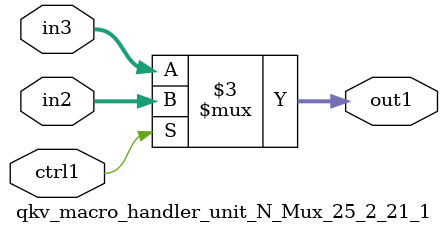
<source format=v>

`timescale 1ps / 1ps


module qkv_macro_handler_unit_N_Mux_25_2_21_1( in3, in2, ctrl1, out1 );

    input [24:0] in3;
    input [24:0] in2;
    input ctrl1;
    output [24:0] out1;
    reg [24:0] out1;

    
    // rtl_process:qkv_macro_handler_unit_N_Mux_25_2_21_1/qkv_macro_handler_unit_N_Mux_25_2_21_1_thread_1
    always @*
      begin : qkv_macro_handler_unit_N_Mux_25_2_21_1_thread_1
        case (ctrl1) 
          1'b1: 
            begin
              out1 = in2;
            end
          default: 
            begin
              out1 = in3;
            end
        endcase
      end

endmodule



</source>
